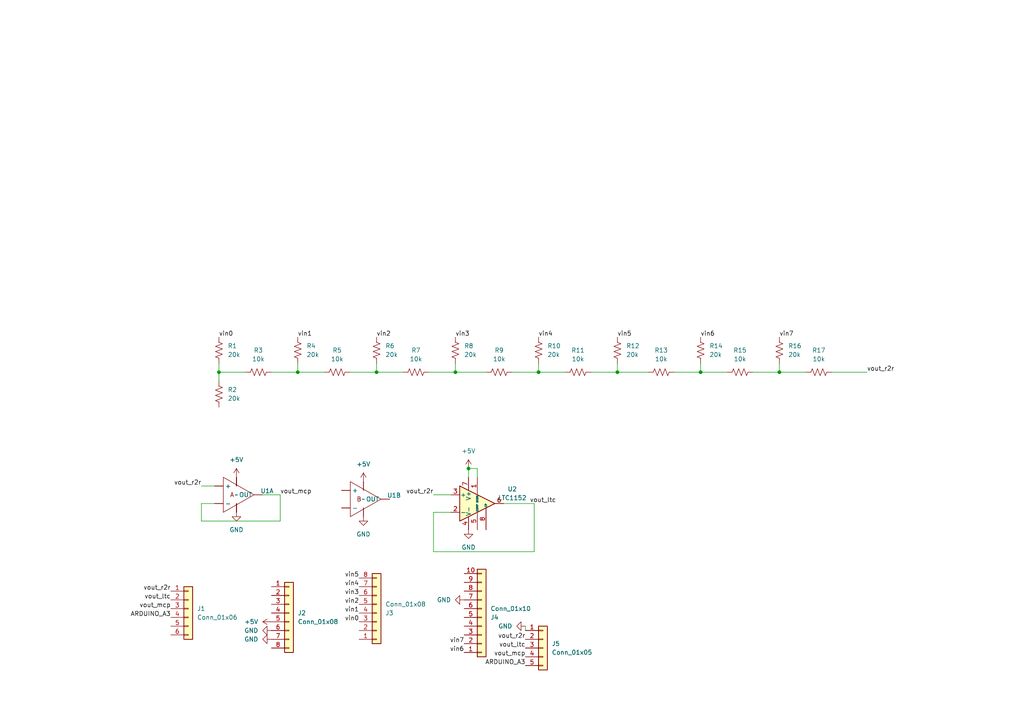
<source format=kicad_sch>
(kicad_sch (version 20230121) (generator eeschema)

  (uuid 2ed82131-205b-4be0-9d53-036e546cb938)

  (paper "A4")

  (lib_symbols
    (symbol "Amplifier_Operational:LTC1152" (pin_names (offset 0.127)) (in_bom yes) (on_board yes)
      (property "Reference" "U" (at 5.08 7.62 0)
        (effects (font (size 1.27 1.27)))
      )
      (property "Value" "LTC1152" (at 5.08 5.08 0)
        (effects (font (size 1.27 1.27)))
      )
      (property "Footprint" "" (at -20.32 8.89 0)
        (effects (font (size 1.27 1.27)) hide)
      )
      (property "Datasheet" "https://www.analog.com/media/en/technical-documentation/data-sheets/lt1152.pdf" (at -20.32 8.89 0)
        (effects (font (size 1.27 1.27)) hide)
      )
      (property "ki_keywords" "single opamp" (at 0 0 0)
        (effects (font (size 1.27 1.27)) hide)
      )
      (property "ki_description" "Rail-to-Rail Input, Rail-to-Rail Output, Zero-Drift Op Amp, DIP-8, SOIC-8" (at 0 0 0)
        (effects (font (size 1.27 1.27)) hide)
      )
      (property "ki_fp_filters" "SOIC*3.9x4.9mm*P1.27mm* DIP*W7.62mm*" (at 0 0 0)
        (effects (font (size 1.27 1.27)) hide)
      )
      (symbol "LTC1152_0_1"
        (polyline
          (pts
            (xy -5.08 5.08)
            (xy -5.08 -5.08)
            (xy 5.08 0)
            (xy -5.08 5.08)
          )
          (stroke (width 0.254) (type default))
          (fill (type background))
        )
      )
      (symbol "LTC1152_1_1"
        (pin input line (at 0 7.62 270) (length 5.08)
          (name "SHDN" (effects (font (size 0.508 0.508))))
          (number "1" (effects (font (size 1.27 1.27))))
        )
        (pin input line (at -7.62 -2.54 0) (length 2.54)
          (name "-" (effects (font (size 1.27 1.27))))
          (number "2" (effects (font (size 1.27 1.27))))
        )
        (pin input line (at -7.62 2.54 0) (length 2.54)
          (name "+" (effects (font (size 1.27 1.27))))
          (number "3" (effects (font (size 1.27 1.27))))
        )
        (pin power_in line (at -2.54 -7.62 90) (length 3.81)
          (name "V-" (effects (font (size 1.27 1.27))))
          (number "4" (effects (font (size 1.27 1.27))))
        )
        (pin input line (at 0 -7.62 90) (length 5.08)
          (name "COMP" (effects (font (size 0.508 0.508))))
          (number "5" (effects (font (size 1.27 1.27))))
        )
        (pin output line (at 7.62 0 180) (length 2.54)
          (name "~" (effects (font (size 1.27 1.27))))
          (number "6" (effects (font (size 1.27 1.27))))
        )
        (pin power_in line (at -2.54 7.62 270) (length 3.81)
          (name "V+" (effects (font (size 1.27 1.27))))
          (number "7" (effects (font (size 1.27 1.27))))
        )
        (pin output line (at 2.54 -7.62 90) (length 6.35)
          (name "CP" (effects (font (size 0.508 0.508))))
          (number "8" (effects (font (size 1.27 1.27))))
        )
      )
    )
    (symbol "Connector_Generic:Conn_01x05" (pin_names (offset 1.016) hide) (in_bom yes) (on_board yes)
      (property "Reference" "J" (at 0 7.62 0)
        (effects (font (size 1.27 1.27)))
      )
      (property "Value" "Conn_01x05" (at 0 -7.62 0)
        (effects (font (size 1.27 1.27)))
      )
      (property "Footprint" "" (at 0 0 0)
        (effects (font (size 1.27 1.27)) hide)
      )
      (property "Datasheet" "~" (at 0 0 0)
        (effects (font (size 1.27 1.27)) hide)
      )
      (property "ki_keywords" "connector" (at 0 0 0)
        (effects (font (size 1.27 1.27)) hide)
      )
      (property "ki_description" "Generic connector, single row, 01x05, script generated (kicad-library-utils/schlib/autogen/connector/)" (at 0 0 0)
        (effects (font (size 1.27 1.27)) hide)
      )
      (property "ki_fp_filters" "Connector*:*_1x??_*" (at 0 0 0)
        (effects (font (size 1.27 1.27)) hide)
      )
      (symbol "Conn_01x05_1_1"
        (rectangle (start -1.27 -4.953) (end 0 -5.207)
          (stroke (width 0.1524) (type default))
          (fill (type none))
        )
        (rectangle (start -1.27 -2.413) (end 0 -2.667)
          (stroke (width 0.1524) (type default))
          (fill (type none))
        )
        (rectangle (start -1.27 0.127) (end 0 -0.127)
          (stroke (width 0.1524) (type default))
          (fill (type none))
        )
        (rectangle (start -1.27 2.667) (end 0 2.413)
          (stroke (width 0.1524) (type default))
          (fill (type none))
        )
        (rectangle (start -1.27 5.207) (end 0 4.953)
          (stroke (width 0.1524) (type default))
          (fill (type none))
        )
        (rectangle (start -1.27 6.35) (end 1.27 -6.35)
          (stroke (width 0.254) (type default))
          (fill (type background))
        )
        (pin passive line (at -5.08 5.08 0) (length 3.81)
          (name "Pin_1" (effects (font (size 1.27 1.27))))
          (number "1" (effects (font (size 1.27 1.27))))
        )
        (pin passive line (at -5.08 2.54 0) (length 3.81)
          (name "Pin_2" (effects (font (size 1.27 1.27))))
          (number "2" (effects (font (size 1.27 1.27))))
        )
        (pin passive line (at -5.08 0 0) (length 3.81)
          (name "Pin_3" (effects (font (size 1.27 1.27))))
          (number "3" (effects (font (size 1.27 1.27))))
        )
        (pin passive line (at -5.08 -2.54 0) (length 3.81)
          (name "Pin_4" (effects (font (size 1.27 1.27))))
          (number "4" (effects (font (size 1.27 1.27))))
        )
        (pin passive line (at -5.08 -5.08 0) (length 3.81)
          (name "Pin_5" (effects (font (size 1.27 1.27))))
          (number "5" (effects (font (size 1.27 1.27))))
        )
      )
    )
    (symbol "Connector_Generic:Conn_01x06" (pin_names (offset 1.016) hide) (in_bom yes) (on_board yes)
      (property "Reference" "J" (at 0 7.62 0)
        (effects (font (size 1.27 1.27)))
      )
      (property "Value" "Conn_01x06" (at 0 -10.16 0)
        (effects (font (size 1.27 1.27)))
      )
      (property "Footprint" "" (at 0 0 0)
        (effects (font (size 1.27 1.27)) hide)
      )
      (property "Datasheet" "~" (at 0 0 0)
        (effects (font (size 1.27 1.27)) hide)
      )
      (property "ki_keywords" "connector" (at 0 0 0)
        (effects (font (size 1.27 1.27)) hide)
      )
      (property "ki_description" "Generic connector, single row, 01x06, script generated (kicad-library-utils/schlib/autogen/connector/)" (at 0 0 0)
        (effects (font (size 1.27 1.27)) hide)
      )
      (property "ki_fp_filters" "Connector*:*_1x??_*" (at 0 0 0)
        (effects (font (size 1.27 1.27)) hide)
      )
      (symbol "Conn_01x06_1_1"
        (rectangle (start -1.27 -7.493) (end 0 -7.747)
          (stroke (width 0.1524) (type default))
          (fill (type none))
        )
        (rectangle (start -1.27 -4.953) (end 0 -5.207)
          (stroke (width 0.1524) (type default))
          (fill (type none))
        )
        (rectangle (start -1.27 -2.413) (end 0 -2.667)
          (stroke (width 0.1524) (type default))
          (fill (type none))
        )
        (rectangle (start -1.27 0.127) (end 0 -0.127)
          (stroke (width 0.1524) (type default))
          (fill (type none))
        )
        (rectangle (start -1.27 2.667) (end 0 2.413)
          (stroke (width 0.1524) (type default))
          (fill (type none))
        )
        (rectangle (start -1.27 5.207) (end 0 4.953)
          (stroke (width 0.1524) (type default))
          (fill (type none))
        )
        (rectangle (start -1.27 6.35) (end 1.27 -8.89)
          (stroke (width 0.254) (type default))
          (fill (type background))
        )
        (pin passive line (at -5.08 5.08 0) (length 3.81)
          (name "Pin_1" (effects (font (size 1.27 1.27))))
          (number "1" (effects (font (size 1.27 1.27))))
        )
        (pin passive line (at -5.08 2.54 0) (length 3.81)
          (name "Pin_2" (effects (font (size 1.27 1.27))))
          (number "2" (effects (font (size 1.27 1.27))))
        )
        (pin passive line (at -5.08 0 0) (length 3.81)
          (name "Pin_3" (effects (font (size 1.27 1.27))))
          (number "3" (effects (font (size 1.27 1.27))))
        )
        (pin passive line (at -5.08 -2.54 0) (length 3.81)
          (name "Pin_4" (effects (font (size 1.27 1.27))))
          (number "4" (effects (font (size 1.27 1.27))))
        )
        (pin passive line (at -5.08 -5.08 0) (length 3.81)
          (name "Pin_5" (effects (font (size 1.27 1.27))))
          (number "5" (effects (font (size 1.27 1.27))))
        )
        (pin passive line (at -5.08 -7.62 0) (length 3.81)
          (name "Pin_6" (effects (font (size 1.27 1.27))))
          (number "6" (effects (font (size 1.27 1.27))))
        )
      )
    )
    (symbol "Connector_Generic:Conn_01x08" (pin_names (offset 1.016) hide) (in_bom yes) (on_board yes)
      (property "Reference" "J" (at 0 10.16 0)
        (effects (font (size 1.27 1.27)))
      )
      (property "Value" "Conn_01x08" (at 0 -12.7 0)
        (effects (font (size 1.27 1.27)))
      )
      (property "Footprint" "" (at 0 0 0)
        (effects (font (size 1.27 1.27)) hide)
      )
      (property "Datasheet" "~" (at 0 0 0)
        (effects (font (size 1.27 1.27)) hide)
      )
      (property "ki_keywords" "connector" (at 0 0 0)
        (effects (font (size 1.27 1.27)) hide)
      )
      (property "ki_description" "Generic connector, single row, 01x08, script generated (kicad-library-utils/schlib/autogen/connector/)" (at 0 0 0)
        (effects (font (size 1.27 1.27)) hide)
      )
      (property "ki_fp_filters" "Connector*:*_1x??_*" (at 0 0 0)
        (effects (font (size 1.27 1.27)) hide)
      )
      (symbol "Conn_01x08_1_1"
        (rectangle (start -1.27 -10.033) (end 0 -10.287)
          (stroke (width 0.1524) (type default))
          (fill (type none))
        )
        (rectangle (start -1.27 -7.493) (end 0 -7.747)
          (stroke (width 0.1524) (type default))
          (fill (type none))
        )
        (rectangle (start -1.27 -4.953) (end 0 -5.207)
          (stroke (width 0.1524) (type default))
          (fill (type none))
        )
        (rectangle (start -1.27 -2.413) (end 0 -2.667)
          (stroke (width 0.1524) (type default))
          (fill (type none))
        )
        (rectangle (start -1.27 0.127) (end 0 -0.127)
          (stroke (width 0.1524) (type default))
          (fill (type none))
        )
        (rectangle (start -1.27 2.667) (end 0 2.413)
          (stroke (width 0.1524) (type default))
          (fill (type none))
        )
        (rectangle (start -1.27 5.207) (end 0 4.953)
          (stroke (width 0.1524) (type default))
          (fill (type none))
        )
        (rectangle (start -1.27 7.747) (end 0 7.493)
          (stroke (width 0.1524) (type default))
          (fill (type none))
        )
        (rectangle (start -1.27 8.89) (end 1.27 -11.43)
          (stroke (width 0.254) (type default))
          (fill (type background))
        )
        (pin passive line (at -5.08 7.62 0) (length 3.81)
          (name "Pin_1" (effects (font (size 1.27 1.27))))
          (number "1" (effects (font (size 1.27 1.27))))
        )
        (pin passive line (at -5.08 5.08 0) (length 3.81)
          (name "Pin_2" (effects (font (size 1.27 1.27))))
          (number "2" (effects (font (size 1.27 1.27))))
        )
        (pin passive line (at -5.08 2.54 0) (length 3.81)
          (name "Pin_3" (effects (font (size 1.27 1.27))))
          (number "3" (effects (font (size 1.27 1.27))))
        )
        (pin passive line (at -5.08 0 0) (length 3.81)
          (name "Pin_4" (effects (font (size 1.27 1.27))))
          (number "4" (effects (font (size 1.27 1.27))))
        )
        (pin passive line (at -5.08 -2.54 0) (length 3.81)
          (name "Pin_5" (effects (font (size 1.27 1.27))))
          (number "5" (effects (font (size 1.27 1.27))))
        )
        (pin passive line (at -5.08 -5.08 0) (length 3.81)
          (name "Pin_6" (effects (font (size 1.27 1.27))))
          (number "6" (effects (font (size 1.27 1.27))))
        )
        (pin passive line (at -5.08 -7.62 0) (length 3.81)
          (name "Pin_7" (effects (font (size 1.27 1.27))))
          (number "7" (effects (font (size 1.27 1.27))))
        )
        (pin passive line (at -5.08 -10.16 0) (length 3.81)
          (name "Pin_8" (effects (font (size 1.27 1.27))))
          (number "8" (effects (font (size 1.27 1.27))))
        )
      )
    )
    (symbol "Connector_Generic:Conn_01x10" (pin_names (offset 1.016) hide) (in_bom yes) (on_board yes)
      (property "Reference" "J" (at 0 12.7 0)
        (effects (font (size 1.27 1.27)))
      )
      (property "Value" "Conn_01x10" (at 0 -15.24 0)
        (effects (font (size 1.27 1.27)))
      )
      (property "Footprint" "" (at 0 0 0)
        (effects (font (size 1.27 1.27)) hide)
      )
      (property "Datasheet" "~" (at 0 0 0)
        (effects (font (size 1.27 1.27)) hide)
      )
      (property "ki_keywords" "connector" (at 0 0 0)
        (effects (font (size 1.27 1.27)) hide)
      )
      (property "ki_description" "Generic connector, single row, 01x10, script generated (kicad-library-utils/schlib/autogen/connector/)" (at 0 0 0)
        (effects (font (size 1.27 1.27)) hide)
      )
      (property "ki_fp_filters" "Connector*:*_1x??_*" (at 0 0 0)
        (effects (font (size 1.27 1.27)) hide)
      )
      (symbol "Conn_01x10_1_1"
        (rectangle (start -1.27 -12.573) (end 0 -12.827)
          (stroke (width 0.1524) (type default))
          (fill (type none))
        )
        (rectangle (start -1.27 -10.033) (end 0 -10.287)
          (stroke (width 0.1524) (type default))
          (fill (type none))
        )
        (rectangle (start -1.27 -7.493) (end 0 -7.747)
          (stroke (width 0.1524) (type default))
          (fill (type none))
        )
        (rectangle (start -1.27 -4.953) (end 0 -5.207)
          (stroke (width 0.1524) (type default))
          (fill (type none))
        )
        (rectangle (start -1.27 -2.413) (end 0 -2.667)
          (stroke (width 0.1524) (type default))
          (fill (type none))
        )
        (rectangle (start -1.27 0.127) (end 0 -0.127)
          (stroke (width 0.1524) (type default))
          (fill (type none))
        )
        (rectangle (start -1.27 2.667) (end 0 2.413)
          (stroke (width 0.1524) (type default))
          (fill (type none))
        )
        (rectangle (start -1.27 5.207) (end 0 4.953)
          (stroke (width 0.1524) (type default))
          (fill (type none))
        )
        (rectangle (start -1.27 7.747) (end 0 7.493)
          (stroke (width 0.1524) (type default))
          (fill (type none))
        )
        (rectangle (start -1.27 10.287) (end 0 10.033)
          (stroke (width 0.1524) (type default))
          (fill (type none))
        )
        (rectangle (start -1.27 11.43) (end 1.27 -13.97)
          (stroke (width 0.254) (type default))
          (fill (type background))
        )
        (pin passive line (at -5.08 10.16 0) (length 3.81)
          (name "Pin_1" (effects (font (size 1.27 1.27))))
          (number "1" (effects (font (size 1.27 1.27))))
        )
        (pin passive line (at -5.08 -12.7 0) (length 3.81)
          (name "Pin_10" (effects (font (size 1.27 1.27))))
          (number "10" (effects (font (size 1.27 1.27))))
        )
        (pin passive line (at -5.08 7.62 0) (length 3.81)
          (name "Pin_2" (effects (font (size 1.27 1.27))))
          (number "2" (effects (font (size 1.27 1.27))))
        )
        (pin passive line (at -5.08 5.08 0) (length 3.81)
          (name "Pin_3" (effects (font (size 1.27 1.27))))
          (number "3" (effects (font (size 1.27 1.27))))
        )
        (pin passive line (at -5.08 2.54 0) (length 3.81)
          (name "Pin_4" (effects (font (size 1.27 1.27))))
          (number "4" (effects (font (size 1.27 1.27))))
        )
        (pin passive line (at -5.08 0 0) (length 3.81)
          (name "Pin_5" (effects (font (size 1.27 1.27))))
          (number "5" (effects (font (size 1.27 1.27))))
        )
        (pin passive line (at -5.08 -2.54 0) (length 3.81)
          (name "Pin_6" (effects (font (size 1.27 1.27))))
          (number "6" (effects (font (size 1.27 1.27))))
        )
        (pin passive line (at -5.08 -5.08 0) (length 3.81)
          (name "Pin_7" (effects (font (size 1.27 1.27))))
          (number "7" (effects (font (size 1.27 1.27))))
        )
        (pin passive line (at -5.08 -7.62 0) (length 3.81)
          (name "Pin_8" (effects (font (size 1.27 1.27))))
          (number "8" (effects (font (size 1.27 1.27))))
        )
        (pin passive line (at -5.08 -10.16 0) (length 3.81)
          (name "Pin_9" (effects (font (size 1.27 1.27))))
          (number "9" (effects (font (size 1.27 1.27))))
        )
      )
    )
    (symbol "Device:R_US" (pin_numbers hide) (pin_names (offset 0)) (in_bom yes) (on_board yes)
      (property "Reference" "R" (at 2.54 0 90)
        (effects (font (size 1.27 1.27)))
      )
      (property "Value" "R_US" (at -2.54 0 90)
        (effects (font (size 1.27 1.27)))
      )
      (property "Footprint" "" (at 1.016 -0.254 90)
        (effects (font (size 1.27 1.27)) hide)
      )
      (property "Datasheet" "~" (at 0 0 0)
        (effects (font (size 1.27 1.27)) hide)
      )
      (property "ki_keywords" "R res resistor" (at 0 0 0)
        (effects (font (size 1.27 1.27)) hide)
      )
      (property "ki_description" "Resistor, US symbol" (at 0 0 0)
        (effects (font (size 1.27 1.27)) hide)
      )
      (property "ki_fp_filters" "R_*" (at 0 0 0)
        (effects (font (size 1.27 1.27)) hide)
      )
      (symbol "R_US_0_1"
        (polyline
          (pts
            (xy 0 -2.286)
            (xy 0 -2.54)
          )
          (stroke (width 0) (type default))
          (fill (type none))
        )
        (polyline
          (pts
            (xy 0 2.286)
            (xy 0 2.54)
          )
          (stroke (width 0) (type default))
          (fill (type none))
        )
        (polyline
          (pts
            (xy 0 -0.762)
            (xy 1.016 -1.143)
            (xy 0 -1.524)
            (xy -1.016 -1.905)
            (xy 0 -2.286)
          )
          (stroke (width 0) (type default))
          (fill (type none))
        )
        (polyline
          (pts
            (xy 0 0.762)
            (xy 1.016 0.381)
            (xy 0 0)
            (xy -1.016 -0.381)
            (xy 0 -0.762)
          )
          (stroke (width 0) (type default))
          (fill (type none))
        )
        (polyline
          (pts
            (xy 0 2.286)
            (xy 1.016 1.905)
            (xy 0 1.524)
            (xy -1.016 1.143)
            (xy 0 0.762)
          )
          (stroke (width 0) (type default))
          (fill (type none))
        )
      )
      (symbol "R_US_1_1"
        (pin passive line (at 0 3.81 270) (length 1.27)
          (name "~" (effects (font (size 1.27 1.27))))
          (number "1" (effects (font (size 1.27 1.27))))
        )
        (pin passive line (at 0 -3.81 90) (length 1.27)
          (name "~" (effects (font (size 1.27 1.27))))
          (number "2" (effects (font (size 1.27 1.27))))
        )
      )
    )
    (symbol "ece10alibrary:MCP602T-I/SN" (pin_numbers hide) (in_bom yes) (on_board yes)
      (property "Reference" "U" (at 0 0 0)
        (effects (font (size 1.27 1.27)))
      )
      (property "Value" "" (at 0 0 0)
        (effects (font (size 1.27 1.27)))
      )
      (property "Footprint" "Library:SOIC-8" (at 0 -10.16 0)
        (effects (font (size 1.27 1.27)) hide)
      )
      (property "Datasheet" "https://ww1.microchip.com/downloads/en/DeviceDoc/23314g.pdf" (at 0 -11.43 0)
        (effects (font (size 1.27 1.27)) hide)
      )
      (property "ki_locked" "" (at 0 0 0)
        (effects (font (size 1.27 1.27)))
      )
      (symbol "MCP602T-I/SN_0_1"
        (polyline
          (pts
            (xy -3.81 5.08)
            (xy -3.81 -5.08)
            (xy 5.08 0)
            (xy -3.81 5.08)
          )
          (stroke (width 0) (type default))
          (fill (type none))
        )
        (pin output line (at 0 -5.08 90) (length 2.54)
          (name "VSS" (effects (font (size 0 0))))
          (number "4" (effects (font (size 0 0))))
        )
        (pin output line (at 0 5.08 270) (length 2.54)
          (name "VDD" (effects (font (size 0 0))))
          (number "8" (effects (font (size 0 0))))
        )
      )
      (symbol "MCP602T-I/SN_1_1"
        (text "A" (at -1.27 0 0)
          (effects (font (size 1.27 1.27)))
        )
        (pin output line (at 7.62 0 180) (length 2.54)
          (name "OUT" (effects (font (size 1.27 1.27))))
          (number "1" (effects (font (size 1.27 1.27))))
        )
        (pin input line (at -6.35 -2.54 0) (length 2.54)
          (name "-" (effects (font (size 1.27 1.27))))
          (number "2" (effects (font (size 1.27 1.27))))
        )
        (pin input line (at -6.35 2.54 0) (length 2.54)
          (name "+" (effects (font (size 1.27 1.27))))
          (number "3" (effects (font (size 1.27 1.27))))
        )
        (pin output line (at 0 -5.08 90) (length 2.54)
          (name "VSS" (effects (font (size 0 0))))
          (number "4" (effects (font (size 0 0))))
        )
        (pin output line (at 0 5.08 270) (length 2.54)
          (name "VDD" (effects (font (size 0 0))))
          (number "8" (effects (font (size 0 0))))
        )
      )
      (symbol "MCP602T-I/SN_2_1"
        (text "B" (at -1.27 0 0)
          (effects (font (size 1.27 1.27)))
        )
        (pin input line (at -6.35 2.54 0) (length 2.54)
          (name "+" (effects (font (size 1.27 1.27))))
          (number "5" (effects (font (size 1.27 1.27))))
        )
        (pin input line (at -6.35 -2.54 0) (length 2.54)
          (name "-" (effects (font (size 1.27 1.27))))
          (number "6" (effects (font (size 1.27 1.27))))
        )
        (pin output line (at 7.62 0 180) (length 2.54)
          (name "OUT" (effects (font (size 1.27 1.27))))
          (number "7" (effects (font (size 1.27 1.27))))
        )
      )
    )
    (symbol "power:+5V" (power) (pin_names (offset 0)) (in_bom yes) (on_board yes)
      (property "Reference" "#PWR" (at 0 -3.81 0)
        (effects (font (size 1.27 1.27)) hide)
      )
      (property "Value" "+5V" (at 0 3.556 0)
        (effects (font (size 1.27 1.27)))
      )
      (property "Footprint" "" (at 0 0 0)
        (effects (font (size 1.27 1.27)) hide)
      )
      (property "Datasheet" "" (at 0 0 0)
        (effects (font (size 1.27 1.27)) hide)
      )
      (property "ki_keywords" "global power" (at 0 0 0)
        (effects (font (size 1.27 1.27)) hide)
      )
      (property "ki_description" "Power symbol creates a global label with name \"+5V\"" (at 0 0 0)
        (effects (font (size 1.27 1.27)) hide)
      )
      (symbol "+5V_0_1"
        (polyline
          (pts
            (xy -0.762 1.27)
            (xy 0 2.54)
          )
          (stroke (width 0) (type default))
          (fill (type none))
        )
        (polyline
          (pts
            (xy 0 0)
            (xy 0 2.54)
          )
          (stroke (width 0) (type default))
          (fill (type none))
        )
        (polyline
          (pts
            (xy 0 2.54)
            (xy 0.762 1.27)
          )
          (stroke (width 0) (type default))
          (fill (type none))
        )
      )
      (symbol "+5V_1_1"
        (pin power_in line (at 0 0 90) (length 0) hide
          (name "+5V" (effects (font (size 1.27 1.27))))
          (number "1" (effects (font (size 1.27 1.27))))
        )
      )
    )
    (symbol "power:GND" (power) (pin_names (offset 0)) (in_bom yes) (on_board yes)
      (property "Reference" "#PWR" (at 0 -6.35 0)
        (effects (font (size 1.27 1.27)) hide)
      )
      (property "Value" "GND" (at 0 -3.81 0)
        (effects (font (size 1.27 1.27)))
      )
      (property "Footprint" "" (at 0 0 0)
        (effects (font (size 1.27 1.27)) hide)
      )
      (property "Datasheet" "" (at 0 0 0)
        (effects (font (size 1.27 1.27)) hide)
      )
      (property "ki_keywords" "global power" (at 0 0 0)
        (effects (font (size 1.27 1.27)) hide)
      )
      (property "ki_description" "Power symbol creates a global label with name \"GND\" , ground" (at 0 0 0)
        (effects (font (size 1.27 1.27)) hide)
      )
      (symbol "GND_0_1"
        (polyline
          (pts
            (xy 0 0)
            (xy 0 -1.27)
            (xy 1.27 -1.27)
            (xy 0 -2.54)
            (xy -1.27 -1.27)
            (xy 0 -1.27)
          )
          (stroke (width 0) (type default))
          (fill (type none))
        )
      )
      (symbol "GND_1_1"
        (pin power_in line (at 0 0 270) (length 0) hide
          (name "GND" (effects (font (size 1.27 1.27))))
          (number "1" (effects (font (size 1.27 1.27))))
        )
      )
    )
  )

  (junction (at 226.06 107.95) (diameter 0) (color 0 0 0 0)
    (uuid 0a9e4f14-c811-4eff-9de4-b0141024c922)
  )
  (junction (at 135.89 135.89) (diameter 0) (color 0 0 0 0)
    (uuid 1852546c-5ae7-4886-a319-46d53e1c063e)
  )
  (junction (at 179.07 107.95) (diameter 0) (color 0 0 0 0)
    (uuid 1a0f9e24-ad35-4051-b088-5332d197dfc6)
  )
  (junction (at 63.5 107.95) (diameter 0) (color 0 0 0 0)
    (uuid 2b584e8d-409c-45e3-b89a-54952a337951)
  )
  (junction (at 109.22 107.95) (diameter 0) (color 0 0 0 0)
    (uuid 3880e549-4e56-4c20-b292-a2c51af22072)
  )
  (junction (at 86.36 107.95) (diameter 0) (color 0 0 0 0)
    (uuid 928afe36-3a44-45ed-b7ee-f28ac7c5b09b)
  )
  (junction (at 132.08 107.95) (diameter 0) (color 0 0 0 0)
    (uuid 99f92baf-baef-4e7c-88e8-b18f9fbc1498)
  )
  (junction (at 203.2 107.95) (diameter 0) (color 0 0 0 0)
    (uuid b6927903-1c35-4b75-9726-2a0cbf1f014f)
  )
  (junction (at 156.21 107.95) (diameter 0) (color 0 0 0 0)
    (uuid c584de4f-c4c2-4d1e-bef1-980b9c428ab4)
  )

  (wire (pts (xy 187.96 107.95) (xy 179.07 107.95))
    (stroke (width 0) (type default))
    (uuid 0851c006-0055-4d59-919e-d260062b7bbe)
  )
  (wire (pts (xy 78.74 107.95) (xy 86.36 107.95))
    (stroke (width 0) (type default))
    (uuid 0fd68b12-ceb9-49fd-9d92-45727f104ef9)
  )
  (wire (pts (xy 101.6 107.95) (xy 109.22 107.95))
    (stroke (width 0) (type default))
    (uuid 1188b5af-fcba-49c0-a385-f6e8fd855d7b)
  )
  (wire (pts (xy 109.22 107.95) (xy 116.84 107.95))
    (stroke (width 0) (type default))
    (uuid 198675a1-e871-4b3f-af64-11a8b608f523)
  )
  (wire (pts (xy 226.06 107.95) (xy 233.68 107.95))
    (stroke (width 0) (type default))
    (uuid 1b506b5e-3a3a-44dd-84f9-baace2e30915)
  )
  (wire (pts (xy 124.46 107.95) (xy 132.08 107.95))
    (stroke (width 0) (type default))
    (uuid 1d9d1c7c-950a-4c84-a905-2bd98f51cb30)
  )
  (wire (pts (xy 195.58 107.95) (xy 203.2 107.95))
    (stroke (width 0) (type default))
    (uuid 2bd854e3-7510-413d-b90b-3636ddc27e63)
  )
  (wire (pts (xy 179.07 105.41) (xy 179.07 107.95))
    (stroke (width 0) (type default))
    (uuid 2d9c8b25-f4b8-435f-8e35-5bd11e0e3f1c)
  )
  (wire (pts (xy 135.89 135.89) (xy 138.43 135.89))
    (stroke (width 0) (type default))
    (uuid 2f7b05e8-c0bf-491b-9da9-988099876259)
  )
  (wire (pts (xy 154.94 160.02) (xy 125.73 160.02))
    (stroke (width 0) (type default))
    (uuid 34a7bd43-fc11-46cd-8c80-7e46a5b6998d)
  )
  (wire (pts (xy 140.97 107.95) (xy 132.08 107.95))
    (stroke (width 0) (type default))
    (uuid 3582ca41-c9ce-46e7-b398-a416241167fc)
  )
  (wire (pts (xy 125.73 148.59) (xy 130.81 148.59))
    (stroke (width 0) (type default))
    (uuid 39995356-797f-4026-9324-2717b16e3a55)
  )
  (wire (pts (xy 156.21 105.41) (xy 156.21 107.95))
    (stroke (width 0) (type default))
    (uuid 425e3c31-0feb-45d0-bd31-6841bbbc89a0)
  )
  (wire (pts (xy 109.22 105.41) (xy 109.22 107.95))
    (stroke (width 0) (type default))
    (uuid 455e3404-011d-4b20-acd5-8e24d9f64aaa)
  )
  (wire (pts (xy 63.5 105.41) (xy 63.5 107.95))
    (stroke (width 0) (type default))
    (uuid 46766c39-2f44-4297-b947-a55c9e4a99e1)
  )
  (wire (pts (xy 81.28 151.13) (xy 58.42 151.13))
    (stroke (width 0) (type default))
    (uuid 4ff34022-6bef-495d-8e87-de7795e81883)
  )
  (wire (pts (xy 154.94 146.05) (xy 154.94 160.02))
    (stroke (width 0) (type default))
    (uuid 5dcd7ee2-1b27-449d-b1d9-6918bfed718e)
  )
  (wire (pts (xy 203.2 105.41) (xy 203.2 107.95))
    (stroke (width 0) (type default))
    (uuid 800dba6a-70e3-4601-847a-2d5e2d13c2c7)
  )
  (wire (pts (xy 125.73 143.51) (xy 130.81 143.51))
    (stroke (width 0) (type default))
    (uuid 8216b36f-c94d-4704-87e0-c18167bb7014)
  )
  (wire (pts (xy 218.44 107.95) (xy 226.06 107.95))
    (stroke (width 0) (type default))
    (uuid 82b49595-bee2-4d97-9431-8a54bef68ec4)
  )
  (wire (pts (xy 58.42 146.05) (xy 62.23 146.05))
    (stroke (width 0) (type default))
    (uuid 8721b6e1-9bf5-42c1-8776-ccaf03ee8ae2)
  )
  (wire (pts (xy 86.36 107.95) (xy 93.98 107.95))
    (stroke (width 0) (type default))
    (uuid 881d33cd-470d-4536-b77e-d1ac6eadc128)
  )
  (wire (pts (xy 156.21 107.95) (xy 163.83 107.95))
    (stroke (width 0) (type default))
    (uuid 8914be6b-f980-451c-8417-1221bcdb60c9)
  )
  (wire (pts (xy 63.5 107.95) (xy 63.5 110.49))
    (stroke (width 0) (type default))
    (uuid 8dd1fa20-9490-4392-9bcc-993706cd69a9)
  )
  (wire (pts (xy 146.05 146.05) (xy 154.94 146.05))
    (stroke (width 0) (type default))
    (uuid 91b9c7f5-7a2e-4bba-9743-cb132186be4c)
  )
  (wire (pts (xy 58.42 140.97) (xy 62.23 140.97))
    (stroke (width 0) (type default))
    (uuid 959eb4d8-9d52-4397-96d4-7b405e4cf64d)
  )
  (wire (pts (xy 125.73 160.02) (xy 125.73 148.59))
    (stroke (width 0) (type default))
    (uuid 98585713-63ac-4ade-839e-4148051af436)
  )
  (wire (pts (xy 152.4 181.61) (xy 152.4 182.88))
    (stroke (width 0) (type default))
    (uuid 9b201db6-cf5d-40b2-b9f1-bdaead0047ba)
  )
  (wire (pts (xy 81.28 143.51) (xy 81.28 151.13))
    (stroke (width 0) (type default))
    (uuid 9fad9132-1162-4b51-a895-5341284c8143)
  )
  (wire (pts (xy 135.89 135.89) (xy 135.89 138.43))
    (stroke (width 0) (type default))
    (uuid a7751f4e-5b74-4044-b32b-e5afbf659de0)
  )
  (wire (pts (xy 241.3 107.95) (xy 251.46 107.95))
    (stroke (width 0) (type default))
    (uuid a84875f2-505d-4268-be25-11d095630138)
  )
  (wire (pts (xy 63.5 107.95) (xy 71.12 107.95))
    (stroke (width 0) (type default))
    (uuid bed1c7d0-cf76-463c-9153-5271a961eb14)
  )
  (wire (pts (xy 132.08 105.41) (xy 132.08 107.95))
    (stroke (width 0) (type default))
    (uuid c2c2e3d5-9ab8-4159-b8c0-31e711a8cf0b)
  )
  (wire (pts (xy 226.06 105.41) (xy 226.06 107.95))
    (stroke (width 0) (type default))
    (uuid c4f4fa51-26f8-4f0e-ae3d-267a4ef47c45)
  )
  (wire (pts (xy 203.2 107.95) (xy 210.82 107.95))
    (stroke (width 0) (type default))
    (uuid c75b117a-8b76-4099-bfca-2912c6306b1e)
  )
  (wire (pts (xy 148.59 107.95) (xy 156.21 107.95))
    (stroke (width 0) (type default))
    (uuid ca29ccbb-cc2c-4e7f-b962-2c244f2faa96)
  )
  (wire (pts (xy 58.42 151.13) (xy 58.42 146.05))
    (stroke (width 0) (type default))
    (uuid cbfd2188-01ff-4bd9-90cc-84b591246a1a)
  )
  (wire (pts (xy 138.43 135.89) (xy 138.43 138.43))
    (stroke (width 0) (type default))
    (uuid e414e9fa-e092-40d1-a8bf-c9c708e90a08)
  )
  (wire (pts (xy 86.36 105.41) (xy 86.36 107.95))
    (stroke (width 0) (type default))
    (uuid ee0de8d3-737f-438a-a507-2ab923a11a86)
  )
  (wire (pts (xy 171.45 107.95) (xy 179.07 107.95))
    (stroke (width 0) (type default))
    (uuid fa6cc74b-1061-4549-9171-2c860bae7328)
  )
  (wire (pts (xy 76.2 143.51) (xy 81.28 143.51))
    (stroke (width 0) (type default))
    (uuid faee5454-453d-4a99-bdbe-dee476d948e7)
  )

  (label "vout_r2r" (at 125.73 143.51 180) (fields_autoplaced)
    (effects (font (size 1.27 1.27)) (justify right bottom))
    (uuid 0282b754-4704-473e-b9d1-68b4e4dc796d)
  )
  (label "vin7" (at 134.62 186.69 180) (fields_autoplaced)
    (effects (font (size 1.27 1.27)) (justify right bottom))
    (uuid 04ae978b-7d04-4ef0-a227-4e2ef85c224a)
  )
  (label "ARDUINO_A3" (at 152.4 193.04 180) (fields_autoplaced)
    (effects (font (size 1.27 1.27)) (justify right bottom))
    (uuid 19bc32be-ab7d-49fc-8951-3db1a21dc961)
  )
  (label "vin6" (at 203.2 97.79 0) (fields_autoplaced)
    (effects (font (size 1.27 1.27)) (justify left bottom))
    (uuid 2a125d89-2106-48fa-8fad-1742c48f2b22)
  )
  (label "vout_ltc" (at 152.4 187.96 180) (fields_autoplaced)
    (effects (font (size 1.27 1.27)) (justify right bottom))
    (uuid 2a5e7145-1561-4e35-843c-005ab9398984)
  )
  (label "vin5" (at 104.14 167.64 180) (fields_autoplaced)
    (effects (font (size 1.27 1.27)) (justify right bottom))
    (uuid 3b89d2ce-c90a-4145-a77a-5a9acdd8310e)
  )
  (label "vin5" (at 179.07 97.79 0) (fields_autoplaced)
    (effects (font (size 1.27 1.27)) (justify left bottom))
    (uuid 42e1f9b2-6bc3-4b44-834a-c93fc9a4529d)
  )
  (label "vin6" (at 134.62 189.23 180) (fields_autoplaced)
    (effects (font (size 1.27 1.27)) (justify right bottom))
    (uuid 45bd64fd-fe1d-4499-93ed-d8d45b38053f)
  )
  (label "vin3" (at 104.14 172.72 180) (fields_autoplaced)
    (effects (font (size 1.27 1.27)) (justify right bottom))
    (uuid 4691928e-c647-4b1f-9f7d-c7c261959137)
  )
  (label "vin1" (at 86.36 97.79 0) (fields_autoplaced)
    (effects (font (size 1.27 1.27)) (justify left bottom))
    (uuid 557a2976-f267-4fa2-b459-b8a6d096961f)
  )
  (label "vin4" (at 104.14 170.18 180) (fields_autoplaced)
    (effects (font (size 1.27 1.27)) (justify right bottom))
    (uuid 6eb4ebfd-5abb-4801-ad11-14d57b5de1d3)
  )
  (label "vout_r2r" (at 152.4 185.42 180) (fields_autoplaced)
    (effects (font (size 1.27 1.27)) (justify right bottom))
    (uuid 76472345-8714-45cb-a751-afefdb6ee7bf)
  )
  (label "vin7" (at 226.06 97.79 0) (fields_autoplaced)
    (effects (font (size 1.27 1.27)) (justify left bottom))
    (uuid 792f4f54-5741-4630-a47c-596c5d3ba5c2)
  )
  (label "vin2" (at 109.22 97.79 0) (fields_autoplaced)
    (effects (font (size 1.27 1.27)) (justify left bottom))
    (uuid 79afaf07-c33c-4077-9a65-a99daa7ef592)
  )
  (label "vin4" (at 156.21 97.79 0) (fields_autoplaced)
    (effects (font (size 1.27 1.27)) (justify left bottom))
    (uuid 7a0f979b-e2ed-4e2e-b91e-74fe5ac9030f)
  )
  (label "vout_r2r" (at 58.42 140.97 180) (fields_autoplaced)
    (effects (font (size 1.27 1.27)) (justify right bottom))
    (uuid 80388fbb-9866-4365-a775-62c08acfb916)
  )
  (label "vout_mcp" (at 152.4 190.5 180) (fields_autoplaced)
    (effects (font (size 1.27 1.27)) (justify right bottom))
    (uuid 85bdec45-6fa8-4ceb-8dd3-b1726a2dcd54)
  )
  (label "vout_mcp" (at 81.28 143.51 0) (fields_autoplaced)
    (effects (font (size 1.27 1.27)) (justify left bottom))
    (uuid 8b311093-c671-4ee5-bd58-143627cf00e5)
  )
  (label "vin2" (at 104.14 175.26 180) (fields_autoplaced)
    (effects (font (size 1.27 1.27)) (justify right bottom))
    (uuid 91aa6653-de1e-4bd9-9e36-7667ecefc6c1)
  )
  (label "vout_mcp" (at 49.53 176.53 180) (fields_autoplaced)
    (effects (font (size 1.27 1.27)) (justify right bottom))
    (uuid 938005f5-4cb9-477c-8a5d-adf7d0d36f95)
  )
  (label "vout_ltc" (at 153.67 146.05 0) (fields_autoplaced)
    (effects (font (size 1.27 1.27)) (justify left bottom))
    (uuid bdbdf31a-7d61-474c-85a8-b42f55cfd127)
  )
  (label "ARDUINO_A3" (at 49.53 179.07 180) (fields_autoplaced)
    (effects (font (size 1.27 1.27)) (justify right bottom))
    (uuid c33a2cbd-292f-4e6c-9b22-2fffe8bea870)
  )
  (label "vout_ltc" (at 49.53 173.99 180) (fields_autoplaced)
    (effects (font (size 1.27 1.27)) (justify right bottom))
    (uuid c3c9e505-21a1-4769-9728-92cf5156ea54)
  )
  (label "vin0" (at 104.14 180.34 180) (fields_autoplaced)
    (effects (font (size 1.27 1.27)) (justify right bottom))
    (uuid c4100d00-91d2-4686-96d6-f10b4101feba)
  )
  (label "vin0" (at 63.5 97.79 0) (fields_autoplaced)
    (effects (font (size 1.27 1.27)) (justify left bottom))
    (uuid d94c4597-da60-43c1-b45e-744c3c4a8fb6)
  )
  (label "vin1" (at 104.14 177.8 180) (fields_autoplaced)
    (effects (font (size 1.27 1.27)) (justify right bottom))
    (uuid db6c8c61-f658-489e-a1ba-1dbbcee56260)
  )
  (label "vout_r2r" (at 49.53 171.45 180) (fields_autoplaced)
    (effects (font (size 1.27 1.27)) (justify right bottom))
    (uuid ea4c5b9f-7c4e-463a-93fc-f2c662c31d06)
  )
  (label "vout_r2r" (at 251.46 107.95 0) (fields_autoplaced)
    (effects (font (size 1.27 1.27)) (justify left bottom))
    (uuid f08b4fc5-eb68-4093-880f-1d00b304848b)
  )
  (label "vin3" (at 132.08 97.79 0) (fields_autoplaced)
    (effects (font (size 1.27 1.27)) (justify left bottom))
    (uuid fbb62544-0471-4477-8fbd-5bafbcc57135)
  )

  (symbol (lib_id "Device:R_US") (at 132.08 101.6 0) (unit 1)
    (in_bom yes) (on_board yes) (dnp no) (fields_autoplaced)
    (uuid 011d21e4-b847-4039-968b-0c6ec059b864)
    (property "Reference" "R8" (at 134.62 100.33 0)
      (effects (font (size 1.27 1.27)) (justify left))
    )
    (property "Value" "20k" (at 134.62 102.87 0)
      (effects (font (size 1.27 1.27)) (justify left))
    )
    (property "Footprint" "Resistor_THT:R_Axial_DIN0207_L6.3mm_D2.5mm_P10.16mm_Horizontal" (at 133.096 101.854 90)
      (effects (font (size 1.27 1.27)) hide)
    )
    (property "Datasheet" "~" (at 132.08 101.6 0)
      (effects (font (size 1.27 1.27)) hide)
    )
    (pin "1" (uuid 7d15a1de-409e-434e-a1ee-3587d539212e))
    (pin "2" (uuid 33af712e-15bd-4213-8a42-83dd321347ed))
    (instances
      (project "lab 4"
        (path "/2ed82131-205b-4be0-9d53-036e546cb938"
          (reference "R8") (unit 1)
        )
      )
    )
  )

  (symbol (lib_id "Connector_Generic:Conn_01x08") (at 83.82 177.8 0) (unit 1)
    (in_bom yes) (on_board yes) (dnp no) (fields_autoplaced)
    (uuid 03593951-8a0e-485e-ab60-5e5b30810a35)
    (property "Reference" "J2" (at 86.36 177.8 0)
      (effects (font (size 1.27 1.27)) (justify left))
    )
    (property "Value" "Conn_01x08" (at 86.36 180.34 0)
      (effects (font (size 1.27 1.27)) (justify left))
    )
    (property "Footprint" "Connector_PinHeader_2.54mm:PinHeader_1x08_P2.54mm_Vertical" (at 83.82 177.8 0)
      (effects (font (size 1.27 1.27)) hide)
    )
    (property "Datasheet" "~" (at 83.82 177.8 0)
      (effects (font (size 1.27 1.27)) hide)
    )
    (pin "1" (uuid 73b55bbf-cafa-489e-942f-0083fcc920f9))
    (pin "2" (uuid bdcf6a69-ce90-4fae-9b17-86f54e5ed46d))
    (pin "3" (uuid dbf304af-3018-400f-a714-3c5b5b07918b))
    (pin "4" (uuid 5e48646d-8be7-40f3-8e0b-a319ee8aa2a4))
    (pin "5" (uuid 56901836-a3f5-459c-b616-77dcc0fa0f33))
    (pin "6" (uuid 0bcfef46-63d5-4084-a04d-07e681213ce1))
    (pin "7" (uuid 21b426bb-4d1a-4d41-84bb-ff22fca5103a))
    (pin "8" (uuid f7c6a6ab-d3e4-4fca-8f66-f5ae935a0a70))
    (instances
      (project "lab 4"
        (path "/2ed82131-205b-4be0-9d53-036e546cb938"
          (reference "J2") (unit 1)
        )
      )
    )
  )

  (symbol (lib_id "Device:R_US") (at 109.22 101.6 0) (unit 1)
    (in_bom yes) (on_board yes) (dnp no) (fields_autoplaced)
    (uuid 066ae63f-69a6-4fff-816c-06449bcedebb)
    (property "Reference" "R6" (at 111.76 100.33 0)
      (effects (font (size 1.27 1.27)) (justify left))
    )
    (property "Value" "20k" (at 111.76 102.87 0)
      (effects (font (size 1.27 1.27)) (justify left))
    )
    (property "Footprint" "Resistor_THT:R_Axial_DIN0207_L6.3mm_D2.5mm_P10.16mm_Horizontal" (at 110.236 101.854 90)
      (effects (font (size 1.27 1.27)) hide)
    )
    (property "Datasheet" "~" (at 109.22 101.6 0)
      (effects (font (size 1.27 1.27)) hide)
    )
    (pin "1" (uuid 9c34eea9-d29a-4e3e-b87a-5a1c33a87255))
    (pin "2" (uuid 2a6007df-c706-4ac1-b5eb-f9c568288b81))
    (instances
      (project "lab 4"
        (path "/2ed82131-205b-4be0-9d53-036e546cb938"
          (reference "R6") (unit 1)
        )
      )
    )
  )

  (symbol (lib_id "Device:R_US") (at 214.63 107.95 90) (unit 1)
    (in_bom yes) (on_board yes) (dnp no) (fields_autoplaced)
    (uuid 11619eb0-061f-418e-945a-3019f934b593)
    (property "Reference" "R15" (at 214.63 101.6 90)
      (effects (font (size 1.27 1.27)))
    )
    (property "Value" "10k" (at 214.63 104.14 90)
      (effects (font (size 1.27 1.27)))
    )
    (property "Footprint" "Resistor_THT:R_Axial_DIN0207_L6.3mm_D2.5mm_P10.16mm_Horizontal" (at 214.884 106.934 90)
      (effects (font (size 1.27 1.27)) hide)
    )
    (property "Datasheet" "~" (at 214.63 107.95 0)
      (effects (font (size 1.27 1.27)) hide)
    )
    (pin "1" (uuid b4a4b662-b719-4b1e-b3cf-b8ab739d0138))
    (pin "2" (uuid bfb473e6-433e-432b-8566-557376b69f44))
    (instances
      (project "lab 4"
        (path "/2ed82131-205b-4be0-9d53-036e546cb938"
          (reference "R15") (unit 1)
        )
      )
    )
  )

  (symbol (lib_id "power:+5V") (at 135.89 135.89 0) (unit 1)
    (in_bom yes) (on_board yes) (dnp no) (fields_autoplaced)
    (uuid 28c9ecc2-de76-4ce5-a3bf-6d9f01af0e36)
    (property "Reference" "#PWR01" (at 135.89 139.7 0)
      (effects (font (size 1.27 1.27)) hide)
    )
    (property "Value" "+5V" (at 135.89 130.81 0)
      (effects (font (size 1.27 1.27)))
    )
    (property "Footprint" "" (at 135.89 135.89 0)
      (effects (font (size 1.27 1.27)) hide)
    )
    (property "Datasheet" "" (at 135.89 135.89 0)
      (effects (font (size 1.27 1.27)) hide)
    )
    (pin "1" (uuid b81a7ec7-7f93-4d8e-bcbf-b92a292c91e2))
    (instances
      (project "lab 4"
        (path "/2ed82131-205b-4be0-9d53-036e546cb938"
          (reference "#PWR01") (unit 1)
        )
      )
    )
  )

  (symbol (lib_id "Connector_Generic:Conn_01x10") (at 139.7 179.07 0) (mirror x) (unit 1)
    (in_bom yes) (on_board yes) (dnp no)
    (uuid 2b359843-6cc9-4f10-8005-3b9860c9e665)
    (property "Reference" "J4" (at 142.24 179.07 0)
      (effects (font (size 1.27 1.27)) (justify left))
    )
    (property "Value" "Conn_01x10" (at 142.24 176.53 0)
      (effects (font (size 1.27 1.27)) (justify left))
    )
    (property "Footprint" "Connector_PinHeader_2.54mm:PinHeader_1x10_P2.54mm_Vertical" (at 139.7 179.07 0)
      (effects (font (size 1.27 1.27)) hide)
    )
    (property "Datasheet" "~" (at 139.7 179.07 0)
      (effects (font (size 1.27 1.27)) hide)
    )
    (pin "1" (uuid 79219f0f-d0b9-495b-a435-ed643f65207e))
    (pin "10" (uuid 2a5d34d7-3701-4559-8a4f-d77fccac676a))
    (pin "2" (uuid a70ef474-557a-4632-ba98-891f90dcb31e))
    (pin "3" (uuid b3b0672f-6b4a-493e-b452-a17d57517d36))
    (pin "4" (uuid 5758d67d-5d5f-4d37-9c27-bf478b38e4a9))
    (pin "5" (uuid ad47d34a-9b80-45cf-a3f7-27cfc9c1f8ce))
    (pin "6" (uuid 8cdba942-a080-4f9e-bd24-02b184218c7d))
    (pin "7" (uuid a4a2fbda-e933-4998-a833-3017c817a2b1))
    (pin "8" (uuid 3de41523-b56d-4137-8d38-bd3a195f71c9))
    (pin "9" (uuid 4441f763-4bdd-4038-9ca7-cea2249c9ae4))
    (instances
      (project "lab 4"
        (path "/2ed82131-205b-4be0-9d53-036e546cb938"
          (reference "J4") (unit 1)
        )
      )
    )
  )

  (symbol (lib_id "Device:R_US") (at 203.2 101.6 0) (unit 1)
    (in_bom yes) (on_board yes) (dnp no) (fields_autoplaced)
    (uuid 38268a44-0a18-45bb-8c14-3c9b857f6c73)
    (property "Reference" "R14" (at 205.74 100.33 0)
      (effects (font (size 1.27 1.27)) (justify left))
    )
    (property "Value" "20k" (at 205.74 102.87 0)
      (effects (font (size 1.27 1.27)) (justify left))
    )
    (property "Footprint" "Resistor_THT:R_Axial_DIN0207_L6.3mm_D2.5mm_P10.16mm_Horizontal" (at 204.216 101.854 90)
      (effects (font (size 1.27 1.27)) hide)
    )
    (property "Datasheet" "~" (at 203.2 101.6 0)
      (effects (font (size 1.27 1.27)) hide)
    )
    (pin "1" (uuid da9d1d48-53b8-42ee-95e7-d94676aee135))
    (pin "2" (uuid 1b00a802-f629-4f61-8b98-1ea9fc16b9ed))
    (instances
      (project "lab 4"
        (path "/2ed82131-205b-4be0-9d53-036e546cb938"
          (reference "R14") (unit 1)
        )
      )
    )
  )

  (symbol (lib_id "power:GND") (at 68.58 148.59 0) (unit 1)
    (in_bom yes) (on_board yes) (dnp no) (fields_autoplaced)
    (uuid 3f216a70-6956-4272-9284-d007b6d3eb43)
    (property "Reference" "#PWR04" (at 68.58 154.94 0)
      (effects (font (size 1.27 1.27)) hide)
    )
    (property "Value" "GND" (at 68.58 153.67 0)
      (effects (font (size 1.27 1.27)))
    )
    (property "Footprint" "" (at 68.58 148.59 0)
      (effects (font (size 1.27 1.27)) hide)
    )
    (property "Datasheet" "" (at 68.58 148.59 0)
      (effects (font (size 1.27 1.27)) hide)
    )
    (pin "1" (uuid 7b47326a-5744-4f0b-b801-73159a496837))
    (instances
      (project "lab 4"
        (path "/2ed82131-205b-4be0-9d53-036e546cb938"
          (reference "#PWR04") (unit 1)
        )
      )
    )
  )

  (symbol (lib_id "Device:R_US") (at 144.78 107.95 90) (unit 1)
    (in_bom yes) (on_board yes) (dnp no) (fields_autoplaced)
    (uuid 45eb13eb-0738-437b-b71b-3ebbcfaa36f8)
    (property "Reference" "R9" (at 144.78 101.6 90)
      (effects (font (size 1.27 1.27)))
    )
    (property "Value" "10k" (at 144.78 104.14 90)
      (effects (font (size 1.27 1.27)))
    )
    (property "Footprint" "Resistor_THT:R_Axial_DIN0207_L6.3mm_D2.5mm_P10.16mm_Horizontal" (at 145.034 106.934 90)
      (effects (font (size 1.27 1.27)) hide)
    )
    (property "Datasheet" "~" (at 144.78 107.95 0)
      (effects (font (size 1.27 1.27)) hide)
    )
    (pin "1" (uuid 19b2f490-7263-4a95-95da-43d6b6dba6ad))
    (pin "2" (uuid d4cb4a4a-5dbf-4d33-8580-e6df474c3413))
    (instances
      (project "lab 4"
        (path "/2ed82131-205b-4be0-9d53-036e546cb938"
          (reference "R9") (unit 1)
        )
      )
    )
  )

  (symbol (lib_id "ece10alibrary:MCP602T-I/SN") (at 105.41 144.78 0) (unit 2)
    (in_bom yes) (on_board yes) (dnp no) (fields_autoplaced)
    (uuid 48adbbc9-4b82-453a-b7aa-fdddee46b15a)
    (property "Reference" "U1" (at 114.3 143.6721 0)
      (effects (font (size 1.27 1.27)))
    )
    (property "Value" "~" (at 105.41 144.78 0)
      (effects (font (size 1.27 1.27)))
    )
    (property "Footprint" "Library:SOIC-8" (at 105.41 154.94 0)
      (effects (font (size 1.27 1.27)) hide)
    )
    (property "Datasheet" "https://ww1.microchip.com/downloads/en/DeviceDoc/23314g.pdf" (at 105.41 156.21 0)
      (effects (font (size 1.27 1.27)) hide)
    )
    (pin "4" (uuid cb05f45e-fe53-42db-b8d9-386b08498472))
    (pin "8" (uuid e2fa17b3-c0fe-4936-a37d-ef1693e50f71))
    (pin "1" (uuid b49d859c-984c-4793-9790-c9848a328b1b))
    (pin "2" (uuid 8e2e5dd4-009e-4c39-a72f-53f5641db0d7))
    (pin "3" (uuid 1d6ed624-abbb-4f16-8e08-45c79bec599e))
    (pin "4" (uuid 61a75292-4363-4cb4-a9a6-08102299a122))
    (pin "8" (uuid 6fa7ffdc-d40c-4ba9-bb14-17b07ca6ac39))
    (pin "5" (uuid b32b2955-f8e8-4982-becf-e097abe7b91c))
    (pin "6" (uuid 0be9a868-3022-4f08-ba6c-6b8d8ff465fb))
    (pin "7" (uuid 07b71206-4c7b-47d6-92d6-78d756fd0d63))
    (instances
      (project "lab 4"
        (path "/2ed82131-205b-4be0-9d53-036e546cb938"
          (reference "U1") (unit 2)
        )
      )
    )
  )

  (symbol (lib_id "power:GND") (at 105.41 149.86 0) (unit 1)
    (in_bom yes) (on_board yes) (dnp no) (fields_autoplaced)
    (uuid 49505b4a-76f3-4184-8824-0be4753e7b9d)
    (property "Reference" "#PWR05" (at 105.41 156.21 0)
      (effects (font (size 1.27 1.27)) hide)
    )
    (property "Value" "GND" (at 105.41 154.94 0)
      (effects (font (size 1.27 1.27)))
    )
    (property "Footprint" "" (at 105.41 149.86 0)
      (effects (font (size 1.27 1.27)) hide)
    )
    (property "Datasheet" "" (at 105.41 149.86 0)
      (effects (font (size 1.27 1.27)) hide)
    )
    (pin "1" (uuid 5c0d3311-e0b9-4dea-a604-27ee35e13da2))
    (instances
      (project "lab 4"
        (path "/2ed82131-205b-4be0-9d53-036e546cb938"
          (reference "#PWR05") (unit 1)
        )
      )
    )
  )

  (symbol (lib_id "Connector_Generic:Conn_01x06") (at 54.61 176.53 0) (unit 1)
    (in_bom yes) (on_board yes) (dnp no) (fields_autoplaced)
    (uuid 4c3c8330-ee56-4729-b38d-dc7970537acf)
    (property "Reference" "J1" (at 57.15 176.53 0)
      (effects (font (size 1.27 1.27)) (justify left))
    )
    (property "Value" "Conn_01x06" (at 57.15 179.07 0)
      (effects (font (size 1.27 1.27)) (justify left))
    )
    (property "Footprint" "Connector_PinHeader_2.54mm:PinHeader_1x06_P2.54mm_Vertical" (at 54.61 176.53 0)
      (effects (font (size 1.27 1.27)) hide)
    )
    (property "Datasheet" "~" (at 54.61 176.53 0)
      (effects (font (size 1.27 1.27)) hide)
    )
    (pin "1" (uuid da54da8d-617b-4728-9ded-8d2e9da65a08))
    (pin "2" (uuid 31df6463-38e3-4b46-a371-045a0cacaa93))
    (pin "3" (uuid e5e8b61a-276b-460a-807b-aa0dcde9dbef))
    (pin "4" (uuid 9bc2f78e-feb4-44c9-b8d6-ba6d3727eae9))
    (pin "5" (uuid 637f8207-f3d4-4cca-9c6d-e4f3822c1bbd))
    (pin "6" (uuid d6433447-cc99-4c91-a2b4-ab109be1cbe8))
    (instances
      (project "lab 4"
        (path "/2ed82131-205b-4be0-9d53-036e546cb938"
          (reference "J1") (unit 1)
        )
      )
    )
  )

  (symbol (lib_id "Device:R_US") (at 86.36 101.6 0) (unit 1)
    (in_bom yes) (on_board yes) (dnp no) (fields_autoplaced)
    (uuid 570400bc-ff3c-4a03-8949-6f1b0456a16b)
    (property "Reference" "R4" (at 88.9 100.33 0)
      (effects (font (size 1.27 1.27)) (justify left))
    )
    (property "Value" "20k" (at 88.9 102.87 0)
      (effects (font (size 1.27 1.27)) (justify left))
    )
    (property "Footprint" "Resistor_THT:R_Axial_DIN0207_L6.3mm_D2.5mm_P10.16mm_Horizontal" (at 87.376 101.854 90)
      (effects (font (size 1.27 1.27)) hide)
    )
    (property "Datasheet" "~" (at 86.36 101.6 0)
      (effects (font (size 1.27 1.27)) hide)
    )
    (pin "1" (uuid c1ad4564-b64e-4d82-b534-90b88e0ba622))
    (pin "2" (uuid 478e8cc3-3762-4d0e-92dd-b2f071f052a1))
    (instances
      (project "lab 4"
        (path "/2ed82131-205b-4be0-9d53-036e546cb938"
          (reference "R4") (unit 1)
        )
      )
    )
  )

  (symbol (lib_id "Device:R_US") (at 179.07 101.6 0) (unit 1)
    (in_bom yes) (on_board yes) (dnp no) (fields_autoplaced)
    (uuid 5ef6832c-7077-4797-9d53-901e8df84954)
    (property "Reference" "R12" (at 181.61 100.33 0)
      (effects (font (size 1.27 1.27)) (justify left))
    )
    (property "Value" "20k" (at 181.61 102.87 0)
      (effects (font (size 1.27 1.27)) (justify left))
    )
    (property "Footprint" "Resistor_THT:R_Axial_DIN0207_L6.3mm_D2.5mm_P10.16mm_Horizontal" (at 180.086 101.854 90)
      (effects (font (size 1.27 1.27)) hide)
    )
    (property "Datasheet" "~" (at 179.07 101.6 0)
      (effects (font (size 1.27 1.27)) hide)
    )
    (pin "1" (uuid 74225cd3-7b1c-446a-a831-bf212f4e2bc0))
    (pin "2" (uuid 755679bd-e3b3-4aff-9a0e-5e04c23a52a3))
    (instances
      (project "lab 4"
        (path "/2ed82131-205b-4be0-9d53-036e546cb938"
          (reference "R12") (unit 1)
        )
      )
    )
  )

  (symbol (lib_id "power:+5V") (at 68.58 138.43 0) (unit 1)
    (in_bom yes) (on_board yes) (dnp no) (fields_autoplaced)
    (uuid 5f1b8cef-cb0f-4af5-a271-fe1aee7c95a6)
    (property "Reference" "#PWR02" (at 68.58 142.24 0)
      (effects (font (size 1.27 1.27)) hide)
    )
    (property "Value" "+5V" (at 68.58 133.35 0)
      (effects (font (size 1.27 1.27)))
    )
    (property "Footprint" "" (at 68.58 138.43 0)
      (effects (font (size 1.27 1.27)) hide)
    )
    (property "Datasheet" "" (at 68.58 138.43 0)
      (effects (font (size 1.27 1.27)) hide)
    )
    (pin "1" (uuid 9a676bf2-f5d9-4acb-bdfa-8fc0ff47f05a))
    (instances
      (project "lab 4"
        (path "/2ed82131-205b-4be0-9d53-036e546cb938"
          (reference "#PWR02") (unit 1)
        )
      )
    )
  )

  (symbol (lib_id "Device:R_US") (at 237.49 107.95 90) (unit 1)
    (in_bom yes) (on_board yes) (dnp no) (fields_autoplaced)
    (uuid 6c50504b-72a6-4943-becb-bf0eb0ce47f3)
    (property "Reference" "R17" (at 237.49 101.6 90)
      (effects (font (size 1.27 1.27)))
    )
    (property "Value" "10k" (at 237.49 104.14 90)
      (effects (font (size 1.27 1.27)))
    )
    (property "Footprint" "Resistor_THT:R_Axial_DIN0207_L6.3mm_D2.5mm_P10.16mm_Horizontal" (at 237.744 106.934 90)
      (effects (font (size 1.27 1.27)) hide)
    )
    (property "Datasheet" "~" (at 237.49 107.95 0)
      (effects (font (size 1.27 1.27)) hide)
    )
    (pin "1" (uuid a846afb8-3d7a-4844-8dec-fe3ec5811580))
    (pin "2" (uuid ce0a76b0-472b-44b7-907f-1d3876aa09d9))
    (instances
      (project "lab 4"
        (path "/2ed82131-205b-4be0-9d53-036e546cb938"
          (reference "R17") (unit 1)
        )
      )
    )
  )

  (symbol (lib_id "power:GND") (at 134.62 173.99 270) (unit 1)
    (in_bom yes) (on_board yes) (dnp no) (fields_autoplaced)
    (uuid 6dd9e1bc-0149-4778-bf07-d86572a2d718)
    (property "Reference" "#PWR09" (at 128.27 173.99 0)
      (effects (font (size 1.27 1.27)) hide)
    )
    (property "Value" "GND" (at 130.81 173.99 90)
      (effects (font (size 1.27 1.27)) (justify right))
    )
    (property "Footprint" "" (at 134.62 173.99 0)
      (effects (font (size 1.27 1.27)) hide)
    )
    (property "Datasheet" "" (at 134.62 173.99 0)
      (effects (font (size 1.27 1.27)) hide)
    )
    (pin "1" (uuid fd184b38-1f65-4666-95f4-8d2480b22957))
    (instances
      (project "lab 4"
        (path "/2ed82131-205b-4be0-9d53-036e546cb938"
          (reference "#PWR09") (unit 1)
        )
      )
    )
  )

  (symbol (lib_id "ece10alibrary:MCP602T-I/SN") (at 68.58 143.51 0) (unit 1)
    (in_bom yes) (on_board yes) (dnp no) (fields_autoplaced)
    (uuid 762af9c9-5a46-4ebb-a856-4344c3605158)
    (property "Reference" "U1" (at 77.47 142.4021 0)
      (effects (font (size 1.27 1.27)))
    )
    (property "Value" "~" (at 68.58 143.51 0)
      (effects (font (size 1.27 1.27)))
    )
    (property "Footprint" "Library:SOIC-8" (at 68.58 153.67 0)
      (effects (font (size 1.27 1.27)) hide)
    )
    (property "Datasheet" "https://ww1.microchip.com/downloads/en/DeviceDoc/23314g.pdf" (at 68.58 154.94 0)
      (effects (font (size 1.27 1.27)) hide)
    )
    (pin "4" (uuid d88da416-fded-4af6-b852-d7522036b6c7))
    (pin "8" (uuid a053a215-8e75-48fd-a08f-5a2b3cf86ccf))
    (pin "1" (uuid 2a2c68e4-9e6e-4654-838f-6c277dd29034))
    (pin "2" (uuid 59d9114b-7c9a-4223-8af6-5987072b80cf))
    (pin "3" (uuid f92bce15-a3e3-4f1d-b800-56649931fedf))
    (pin "4" (uuid cedfa877-4af9-48df-a05e-b860b8291698))
    (pin "8" (uuid ca414486-3afd-47d7-92d8-8b9626ce6eb1))
    (pin "5" (uuid 417f373b-5a64-47b5-84b8-9bbadbff28a9))
    (pin "6" (uuid 568e9ae3-9319-4f0b-92ad-1089e12defe5))
    (pin "7" (uuid 85187e39-9178-485a-a35e-4e119ee7cab6))
    (instances
      (project "lab 4"
        (path "/2ed82131-205b-4be0-9d53-036e546cb938"
          (reference "U1") (unit 1)
        )
      )
    )
  )

  (symbol (lib_id "power:+5V") (at 105.41 139.7 0) (unit 1)
    (in_bom yes) (on_board yes) (dnp no) (fields_autoplaced)
    (uuid 79648664-86c4-465d-8c5a-3a3489f3d94a)
    (property "Reference" "#PWR03" (at 105.41 143.51 0)
      (effects (font (size 1.27 1.27)) hide)
    )
    (property "Value" "+5V" (at 105.41 134.62 0)
      (effects (font (size 1.27 1.27)))
    )
    (property "Footprint" "" (at 105.41 139.7 0)
      (effects (font (size 1.27 1.27)) hide)
    )
    (property "Datasheet" "" (at 105.41 139.7 0)
      (effects (font (size 1.27 1.27)) hide)
    )
    (pin "1" (uuid a03b3b0a-d448-4fbd-b36c-6ab6b7941e76))
    (instances
      (project "lab 4"
        (path "/2ed82131-205b-4be0-9d53-036e546cb938"
          (reference "#PWR03") (unit 1)
        )
      )
    )
  )

  (symbol (lib_id "power:+5V") (at 78.74 180.34 90) (unit 1)
    (in_bom yes) (on_board yes) (dnp no) (fields_autoplaced)
    (uuid 7e754503-de4e-4b0c-8d54-3f9388c3208b)
    (property "Reference" "#PWR07" (at 82.55 180.34 0)
      (effects (font (size 1.27 1.27)) hide)
    )
    (property "Value" "+5V" (at 74.93 180.34 90)
      (effects (font (size 1.27 1.27)) (justify left))
    )
    (property "Footprint" "" (at 78.74 180.34 0)
      (effects (font (size 1.27 1.27)) hide)
    )
    (property "Datasheet" "" (at 78.74 180.34 0)
      (effects (font (size 1.27 1.27)) hide)
    )
    (pin "1" (uuid d83628e8-5cb2-4742-aa5b-aa6cbabe526a))
    (instances
      (project "lab 4"
        (path "/2ed82131-205b-4be0-9d53-036e546cb938"
          (reference "#PWR07") (unit 1)
        )
      )
    )
  )

  (symbol (lib_id "power:GND") (at 152.4 181.61 270) (unit 1)
    (in_bom yes) (on_board yes) (dnp no) (fields_autoplaced)
    (uuid 7ff013a6-632b-4a72-8442-ed2657076945)
    (property "Reference" "#PWR010" (at 146.05 181.61 0)
      (effects (font (size 1.27 1.27)) hide)
    )
    (property "Value" "GND" (at 148.59 181.61 90)
      (effects (font (size 1.27 1.27)) (justify right))
    )
    (property "Footprint" "" (at 152.4 181.61 0)
      (effects (font (size 1.27 1.27)) hide)
    )
    (property "Datasheet" "" (at 152.4 181.61 0)
      (effects (font (size 1.27 1.27)) hide)
    )
    (pin "1" (uuid 108519d0-4e76-4565-bf1d-57850492f2a7))
    (instances
      (project "lab 4"
        (path "/2ed82131-205b-4be0-9d53-036e546cb938"
          (reference "#PWR010") (unit 1)
        )
      )
    )
  )

  (symbol (lib_id "Device:R_US") (at 191.77 107.95 90) (unit 1)
    (in_bom yes) (on_board yes) (dnp no) (fields_autoplaced)
    (uuid 86916743-bca7-4c26-9299-e347404f7c45)
    (property "Reference" "R13" (at 191.77 101.6 90)
      (effects (font (size 1.27 1.27)))
    )
    (property "Value" "10k" (at 191.77 104.14 90)
      (effects (font (size 1.27 1.27)))
    )
    (property "Footprint" "Resistor_THT:R_Axial_DIN0207_L6.3mm_D2.5mm_P10.16mm_Horizontal" (at 192.024 106.934 90)
      (effects (font (size 1.27 1.27)) hide)
    )
    (property "Datasheet" "~" (at 191.77 107.95 0)
      (effects (font (size 1.27 1.27)) hide)
    )
    (pin "1" (uuid 4aeb6175-0597-4dc9-a328-c0f502c015ad))
    (pin "2" (uuid 03cb70cf-9acb-4255-9cc8-eb3529ff73c3))
    (instances
      (project "lab 4"
        (path "/2ed82131-205b-4be0-9d53-036e546cb938"
          (reference "R13") (unit 1)
        )
      )
    )
  )

  (symbol (lib_id "power:GND") (at 78.74 182.88 270) (unit 1)
    (in_bom yes) (on_board yes) (dnp no) (fields_autoplaced)
    (uuid 8bc92072-53f6-4238-bcd8-f926738fcefd)
    (property "Reference" "#PWR08" (at 72.39 182.88 0)
      (effects (font (size 1.27 1.27)) hide)
    )
    (property "Value" "GND" (at 74.93 182.88 90)
      (effects (font (size 1.27 1.27)) (justify right))
    )
    (property "Footprint" "" (at 78.74 182.88 0)
      (effects (font (size 1.27 1.27)) hide)
    )
    (property "Datasheet" "" (at 78.74 182.88 0)
      (effects (font (size 1.27 1.27)) hide)
    )
    (pin "1" (uuid fba42ee2-3d7a-4161-8c51-d4d66d50144f))
    (instances
      (project "lab 4"
        (path "/2ed82131-205b-4be0-9d53-036e546cb938"
          (reference "#PWR08") (unit 1)
        )
      )
    )
  )

  (symbol (lib_id "Device:R_US") (at 97.79 107.95 90) (unit 1)
    (in_bom yes) (on_board yes) (dnp no) (fields_autoplaced)
    (uuid 9b030f68-7944-4cb4-b2a3-0655195c2aac)
    (property "Reference" "R5" (at 97.79 101.6 90)
      (effects (font (size 1.27 1.27)))
    )
    (property "Value" "10k" (at 97.79 104.14 90)
      (effects (font (size 1.27 1.27)))
    )
    (property "Footprint" "Resistor_THT:R_Axial_DIN0207_L6.3mm_D2.5mm_P10.16mm_Horizontal" (at 98.044 106.934 90)
      (effects (font (size 1.27 1.27)) hide)
    )
    (property "Datasheet" "~" (at 97.79 107.95 0)
      (effects (font (size 1.27 1.27)) hide)
    )
    (pin "1" (uuid a8ebc4db-730a-458c-b5f2-ae9996039728))
    (pin "2" (uuid 806ea2d0-a188-4998-a346-8d0184a9d687))
    (instances
      (project "lab 4"
        (path "/2ed82131-205b-4be0-9d53-036e546cb938"
          (reference "R5") (unit 1)
        )
      )
    )
  )

  (symbol (lib_id "Connector_Generic:Conn_01x08") (at 109.22 177.8 0) (mirror x) (unit 1)
    (in_bom yes) (on_board yes) (dnp no)
    (uuid a3d4c435-7738-432f-9f61-98e999e165d7)
    (property "Reference" "J3" (at 111.76 177.8 0)
      (effects (font (size 1.27 1.27)) (justify left))
    )
    (property "Value" "Conn_01x08" (at 111.76 175.26 0)
      (effects (font (size 1.27 1.27)) (justify left))
    )
    (property "Footprint" "Connector_PinHeader_2.54mm:PinHeader_1x08_P2.54mm_Vertical" (at 109.22 177.8 0)
      (effects (font (size 1.27 1.27)) hide)
    )
    (property "Datasheet" "~" (at 109.22 177.8 0)
      (effects (font (size 1.27 1.27)) hide)
    )
    (pin "1" (uuid 8f5a8084-82f0-4c08-b916-a2766bfe7433))
    (pin "2" (uuid 7d7922d2-f4a6-4d8c-a6ac-5e9a9849ce7f))
    (pin "3" (uuid 08a27daf-b602-4e83-9c92-3f3fcc9000d7))
    (pin "4" (uuid 4d5240a1-facf-458f-81f2-e0ff7e180a3d))
    (pin "5" (uuid 274310ef-4b7c-45bd-8e18-90111eb7b10c))
    (pin "6" (uuid 9b183d3c-b6b3-4e69-8775-4b1a7c960b44))
    (pin "7" (uuid 52af0ebb-8c46-48b3-a970-f33622f80958))
    (pin "8" (uuid a1db0ac7-b6c1-45e6-8287-bdfe6811ad5d))
    (instances
      (project "lab 4"
        (path "/2ed82131-205b-4be0-9d53-036e546cb938"
          (reference "J3") (unit 1)
        )
      )
    )
  )

  (symbol (lib_id "Device:R_US") (at 63.5 114.3 0) (unit 1)
    (in_bom yes) (on_board yes) (dnp no) (fields_autoplaced)
    (uuid b1632567-0018-467c-8eda-d82656e4f055)
    (property "Reference" "R2" (at 66.04 113.03 0)
      (effects (font (size 1.27 1.27)) (justify left))
    )
    (property "Value" "20k" (at 66.04 115.57 0)
      (effects (font (size 1.27 1.27)) (justify left))
    )
    (property "Footprint" "Resistor_THT:R_Axial_DIN0207_L6.3mm_D2.5mm_P10.16mm_Horizontal" (at 64.516 114.554 90)
      (effects (font (size 1.27 1.27)) hide)
    )
    (property "Datasheet" "~" (at 63.5 114.3 0)
      (effects (font (size 1.27 1.27)) hide)
    )
    (pin "1" (uuid 09a1a541-fc19-4b71-99f6-66f2227a59ef))
    (pin "2" (uuid b8aa932d-5707-4dcc-aefb-ea02b1c6aa0a))
    (instances
      (project "lab 4"
        (path "/2ed82131-205b-4be0-9d53-036e546cb938"
          (reference "R2") (unit 1)
        )
      )
    )
  )

  (symbol (lib_id "Device:R_US") (at 74.93 107.95 90) (unit 1)
    (in_bom yes) (on_board yes) (dnp no) (fields_autoplaced)
    (uuid b430d752-2d64-4d7d-a493-8984629eef1c)
    (property "Reference" "R3" (at 74.93 101.6 90)
      (effects (font (size 1.27 1.27)))
    )
    (property "Value" "10k" (at 74.93 104.14 90)
      (effects (font (size 1.27 1.27)))
    )
    (property "Footprint" "Resistor_THT:R_Axial_DIN0207_L6.3mm_D2.5mm_P10.16mm_Horizontal" (at 75.184 106.934 90)
      (effects (font (size 1.27 1.27)) hide)
    )
    (property "Datasheet" "~" (at 74.93 107.95 0)
      (effects (font (size 1.27 1.27)) hide)
    )
    (pin "1" (uuid 3ac56941-0f50-4af2-a4d9-fa17716befb0))
    (pin "2" (uuid 9ee111ef-4119-438d-8526-9f2617553451))
    (instances
      (project "lab 4"
        (path "/2ed82131-205b-4be0-9d53-036e546cb938"
          (reference "R3") (unit 1)
        )
      )
    )
  )

  (symbol (lib_id "power:GND") (at 135.89 153.67 0) (unit 1)
    (in_bom yes) (on_board yes) (dnp no) (fields_autoplaced)
    (uuid be168a5e-33e1-4e0a-bcf8-1b2c06977caa)
    (property "Reference" "#PWR06" (at 135.89 160.02 0)
      (effects (font (size 1.27 1.27)) hide)
    )
    (property "Value" "GND" (at 135.89 158.75 0)
      (effects (font (size 1.27 1.27)))
    )
    (property "Footprint" "" (at 135.89 153.67 0)
      (effects (font (size 1.27 1.27)) hide)
    )
    (property "Datasheet" "" (at 135.89 153.67 0)
      (effects (font (size 1.27 1.27)) hide)
    )
    (pin "1" (uuid 535a5f05-25f9-4517-8773-6cddded0b057))
    (instances
      (project "lab 4"
        (path "/2ed82131-205b-4be0-9d53-036e546cb938"
          (reference "#PWR06") (unit 1)
        )
      )
    )
  )

  (symbol (lib_id "Device:R_US") (at 226.06 101.6 0) (unit 1)
    (in_bom yes) (on_board yes) (dnp no) (fields_autoplaced)
    (uuid c0b9ea40-d3a3-4813-9575-cb1abbd50ffc)
    (property "Reference" "R16" (at 228.6 100.33 0)
      (effects (font (size 1.27 1.27)) (justify left))
    )
    (property "Value" "20k" (at 228.6 102.87 0)
      (effects (font (size 1.27 1.27)) (justify left))
    )
    (property "Footprint" "Resistor_THT:R_Axial_DIN0207_L6.3mm_D2.5mm_P10.16mm_Horizontal" (at 227.076 101.854 90)
      (effects (font (size 1.27 1.27)) hide)
    )
    (property "Datasheet" "~" (at 226.06 101.6 0)
      (effects (font (size 1.27 1.27)) hide)
    )
    (pin "1" (uuid 9faa634b-045d-4e8b-8cf6-e1ceb993938a))
    (pin "2" (uuid cdbc7b9b-2763-4d8f-bad2-b8d9615687bf))
    (instances
      (project "lab 4"
        (path "/2ed82131-205b-4be0-9d53-036e546cb938"
          (reference "R16") (unit 1)
        )
      )
    )
  )

  (symbol (lib_id "Device:R_US") (at 63.5 101.6 0) (unit 1)
    (in_bom yes) (on_board yes) (dnp no) (fields_autoplaced)
    (uuid c488e166-80aa-4898-bb43-fb454787ca8a)
    (property "Reference" "R1" (at 66.04 100.33 0)
      (effects (font (size 1.27 1.27)) (justify left))
    )
    (property "Value" "20k" (at 66.04 102.87 0)
      (effects (font (size 1.27 1.27)) (justify left))
    )
    (property "Footprint" "Resistor_THT:R_Axial_DIN0207_L6.3mm_D2.5mm_P10.16mm_Horizontal" (at 64.516 101.854 90)
      (effects (font (size 1.27 1.27)) hide)
    )
    (property "Datasheet" "~" (at 63.5 101.6 0)
      (effects (font (size 1.27 1.27)) hide)
    )
    (pin "1" (uuid b16b36c0-0105-485d-8921-c1d9cd6341cf))
    (pin "2" (uuid 7661ad93-3f93-4eea-9880-4998005f37bf))
    (instances
      (project "lab 4"
        (path "/2ed82131-205b-4be0-9d53-036e546cb938"
          (reference "R1") (unit 1)
        )
      )
    )
  )

  (symbol (lib_id "Device:R_US") (at 167.64 107.95 90) (unit 1)
    (in_bom yes) (on_board yes) (dnp no) (fields_autoplaced)
    (uuid c493f44f-8fac-4ad6-934d-859aa18f3b1a)
    (property "Reference" "R11" (at 167.64 101.6 90)
      (effects (font (size 1.27 1.27)))
    )
    (property "Value" "10k" (at 167.64 104.14 90)
      (effects (font (size 1.27 1.27)))
    )
    (property "Footprint" "Resistor_THT:R_Axial_DIN0207_L6.3mm_D2.5mm_P10.16mm_Horizontal" (at 167.894 106.934 90)
      (effects (font (size 1.27 1.27)) hide)
    )
    (property "Datasheet" "~" (at 167.64 107.95 0)
      (effects (font (size 1.27 1.27)) hide)
    )
    (pin "1" (uuid 9a72c609-37b4-412d-98f7-bb7f89ca9ca6))
    (pin "2" (uuid 22eafd91-51c7-4ced-8a92-6ccf705bd93e))
    (instances
      (project "lab 4"
        (path "/2ed82131-205b-4be0-9d53-036e546cb938"
          (reference "R11") (unit 1)
        )
      )
    )
  )

  (symbol (lib_id "Device:R_US") (at 120.65 107.95 90) (unit 1)
    (in_bom yes) (on_board yes) (dnp no) (fields_autoplaced)
    (uuid cbb3454c-4116-4b97-92d4-0020643920b5)
    (property "Reference" "R7" (at 120.65 101.6 90)
      (effects (font (size 1.27 1.27)))
    )
    (property "Value" "10k" (at 120.65 104.14 90)
      (effects (font (size 1.27 1.27)))
    )
    (property "Footprint" "Resistor_THT:R_Axial_DIN0207_L6.3mm_D2.5mm_P10.16mm_Horizontal" (at 120.904 106.934 90)
      (effects (font (size 1.27 1.27)) hide)
    )
    (property "Datasheet" "~" (at 120.65 107.95 0)
      (effects (font (size 1.27 1.27)) hide)
    )
    (pin "1" (uuid e3a02677-fe27-4898-a731-6bb331c7a099))
    (pin "2" (uuid aba74a3c-e294-407f-9829-10ee55eef242))
    (instances
      (project "lab 4"
        (path "/2ed82131-205b-4be0-9d53-036e546cb938"
          (reference "R7") (unit 1)
        )
      )
    )
  )

  (symbol (lib_id "Amplifier_Operational:LTC1152") (at 138.43 146.05 0) (unit 1)
    (in_bom yes) (on_board yes) (dnp no) (fields_autoplaced)
    (uuid cea77dfe-5c66-4393-b374-aa8d8d3cbb52)
    (property "Reference" "U2" (at 148.59 141.8591 0)
      (effects (font (size 1.27 1.27)))
    )
    (property "Value" "LTC1152" (at 148.59 144.3991 0)
      (effects (font (size 1.27 1.27)))
    )
    (property "Footprint" "Package_SO:SOIC-8_3.9x4.9mm_P1.27mm" (at 118.11 137.16 0)
      (effects (font (size 1.27 1.27)) hide)
    )
    (property "Datasheet" "https://www.analog.com/media/en/technical-documentation/data-sheets/lt1152.pdf" (at 118.11 137.16 0)
      (effects (font (size 1.27 1.27)) hide)
    )
    (pin "1" (uuid 1f7d14f3-3bdd-411b-9590-8340531d51cd))
    (pin "2" (uuid 526a88e8-934e-4a4a-9b9a-1e3b47463355))
    (pin "3" (uuid 4d38b737-aaa9-4f8a-a3e2-0158ee16b07e))
    (pin "4" (uuid 3ad399a0-9ee9-481d-8a00-3d312b608140))
    (pin "5" (uuid 4620b4f0-29e6-4486-8b84-4eacb55e46e3))
    (pin "6" (uuid 85ab5614-000e-43e0-9223-d21866eb4940))
    (pin "7" (uuid dc68b99b-07a9-4196-a461-2ffb72901eeb))
    (pin "8" (uuid ea6425a1-5078-4f88-8a91-89496b0a3226))
    (instances
      (project "lab 4"
        (path "/2ed82131-205b-4be0-9d53-036e546cb938"
          (reference "U2") (unit 1)
        )
      )
    )
  )

  (symbol (lib_id "Device:R_US") (at 156.21 101.6 0) (unit 1)
    (in_bom yes) (on_board yes) (dnp no) (fields_autoplaced)
    (uuid d6b3398b-2b67-47f6-a283-bfd4320679cf)
    (property "Reference" "R10" (at 158.75 100.33 0)
      (effects (font (size 1.27 1.27)) (justify left))
    )
    (property "Value" "20k" (at 158.75 102.87 0)
      (effects (font (size 1.27 1.27)) (justify left))
    )
    (property "Footprint" "Resistor_THT:R_Axial_DIN0207_L6.3mm_D2.5mm_P10.16mm_Horizontal" (at 157.226 101.854 90)
      (effects (font (size 1.27 1.27)) hide)
    )
    (property "Datasheet" "~" (at 156.21 101.6 0)
      (effects (font (size 1.27 1.27)) hide)
    )
    (pin "1" (uuid d6126666-c0bd-4e34-8cbf-721706ec3f37))
    (pin "2" (uuid ce90e3da-eb22-4f47-9e12-ed9783901248))
    (instances
      (project "lab 4"
        (path "/2ed82131-205b-4be0-9d53-036e546cb938"
          (reference "R10") (unit 1)
        )
      )
    )
  )

  (symbol (lib_id "Connector_Generic:Conn_01x05") (at 157.48 187.96 0) (unit 1)
    (in_bom yes) (on_board yes) (dnp no) (fields_autoplaced)
    (uuid f73515fb-8496-4000-a174-85fa10fbb3ba)
    (property "Reference" "J5" (at 160.02 186.69 0)
      (effects (font (size 1.27 1.27)) (justify left))
    )
    (property "Value" "Conn_01x05" (at 160.02 189.23 0)
      (effects (font (size 1.27 1.27)) (justify left))
    )
    (property "Footprint" "Connector_PinHeader_2.54mm:PinHeader_1x05_P2.54mm_Vertical" (at 157.48 187.96 0)
      (effects (font (size 1.27 1.27)) hide)
    )
    (property "Datasheet" "~" (at 157.48 187.96 0)
      (effects (font (size 1.27 1.27)) hide)
    )
    (pin "1" (uuid 9dbf95cc-b4a1-41cd-b224-ade47aa2b826))
    (pin "2" (uuid d6df879f-6cf8-4b4a-a40a-c2d0019408db))
    (pin "3" (uuid 41ba41a2-b92a-4143-8095-9f9db3f8ea89))
    (pin "4" (uuid 2e2df823-12a8-46c2-855d-7ea09dfd7c93))
    (pin "5" (uuid 68b1fee3-23cc-4bdd-9bf6-2e7fcc5cf981))
    (instances
      (project "lab 4"
        (path "/2ed82131-205b-4be0-9d53-036e546cb938"
          (reference "J5") (unit 1)
        )
      )
    )
  )

  (symbol (lib_id "power:GND") (at 78.74 185.42 270) (unit 1)
    (in_bom yes) (on_board yes) (dnp no) (fields_autoplaced)
    (uuid fb704815-240c-46c5-a1ee-7d470f1b7a5b)
    (property "Reference" "#PWR011" (at 72.39 185.42 0)
      (effects (font (size 1.27 1.27)) hide)
    )
    (property "Value" "GND" (at 74.93 185.42 90)
      (effects (font (size 1.27 1.27)) (justify right))
    )
    (property "Footprint" "" (at 78.74 185.42 0)
      (effects (font (size 1.27 1.27)) hide)
    )
    (property "Datasheet" "" (at 78.74 185.42 0)
      (effects (font (size 1.27 1.27)) hide)
    )
    (pin "1" (uuid d5f4d866-049b-4774-a239-799d5f4ab08d))
    (instances
      (project "lab 4"
        (path "/2ed82131-205b-4be0-9d53-036e546cb938"
          (reference "#PWR011") (unit 1)
        )
      )
    )
  )

  (sheet_instances
    (path "/" (page "1"))
  )
)

</source>
